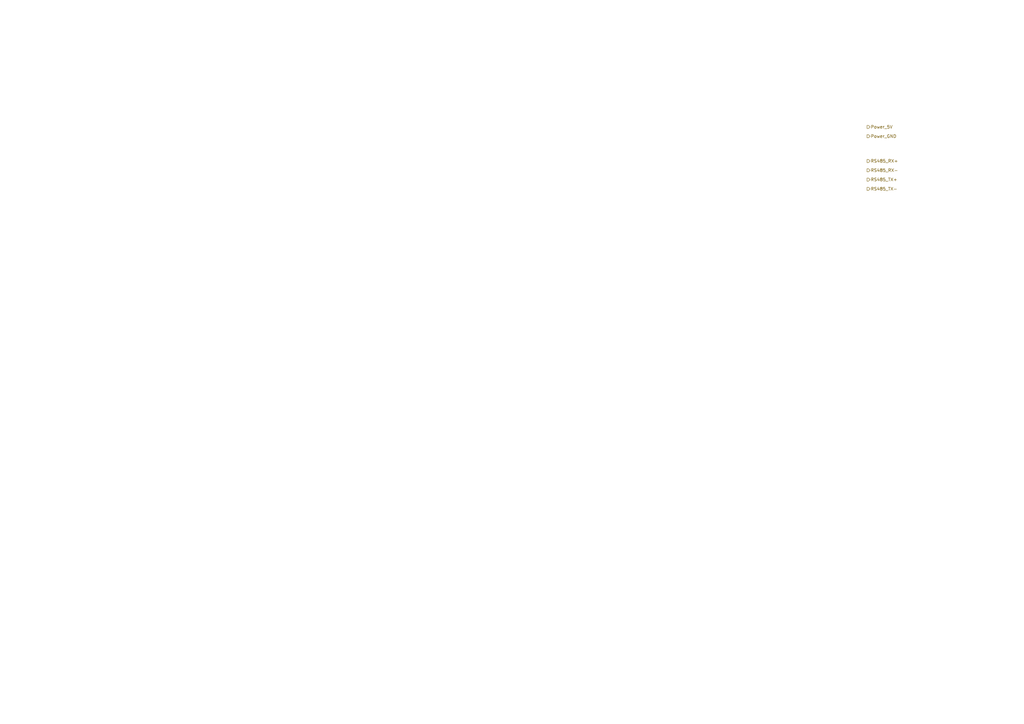
<source format=kicad_sch>
(kicad_sch
	(version 20231120)
	(generator "eeschema")
	(generator_version "8.0")
	(uuid "215933f4-ef29-4e0a-8b63-d8d4b7b2b7dd")
	(paper "A3")
	(title_block
		(title "5x5 Clock Panel")
		(date "2024-10-31")
		(rev "1")
	)
	(lib_symbols)
	(hierarchical_label "RS485_TX-"
		(shape output)
		(at 355.6 77.47 0)
		(fields_autoplaced yes)
		(effects
			(font
				(size 1.27 1.27)
			)
			(justify left)
		)
		(uuid "1e06f84b-953b-48e5-8c5e-832943624a0f")
	)
	(hierarchical_label "Power_GND"
		(shape output)
		(at 355.6 55.88 0)
		(fields_autoplaced yes)
		(effects
			(font
				(size 1.27 1.27)
			)
			(justify left)
		)
		(uuid "3e0d0144-0141-48b0-83e0-a59de039b5b0")
	)
	(hierarchical_label "Power_5V"
		(shape output)
		(at 355.6 52.07 0)
		(fields_autoplaced yes)
		(effects
			(font
				(size 1.27 1.27)
			)
			(justify left)
		)
		(uuid "6b6b1c62-e3e4-42e9-868e-0ca94b1205fd")
	)
	(hierarchical_label "RS485_TX+"
		(shape output)
		(at 355.6 73.66 0)
		(fields_autoplaced yes)
		(effects
			(font
				(size 1.27 1.27)
			)
			(justify left)
		)
		(uuid "7570409f-4146-4c43-aaae-4361eaf2b54e")
	)
	(hierarchical_label "RS485_RX-"
		(shape output)
		(at 355.6 69.85 0)
		(fields_autoplaced yes)
		(effects
			(font
				(size 1.27 1.27)
			)
			(justify left)
		)
		(uuid "87283738-2c65-42b2-ad9a-35cc9013e58c")
	)
	(hierarchical_label "RS485_RX+"
		(shape output)
		(at 355.6 66.04 0)
		(fields_autoplaced yes)
		(effects
			(font
				(size 1.27 1.27)
			)
			(justify left)
		)
		(uuid "c0607a00-436a-413c-b4d6-0a792ea832b2")
	)
)

</source>
